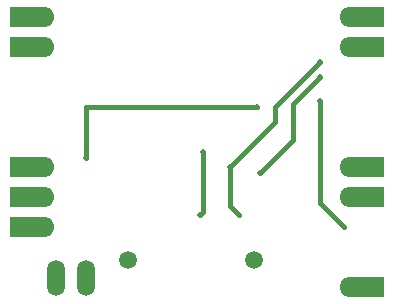
<source format=gbl>
%FSLAX46Y46*%
G04 Gerber Fmt 4.6, Leading zero omitted, Abs format (unit mm)*
G04 Created by KiCad (PCBNEW (2014-10-27 BZR 5228)-product) date 6/17/2015 7:46:51 PM*
%MOMM*%
G01*
G04 APERTURE LIST*
%ADD10C,0.150000*%
%ADD11C,1.506220*%
%ADD12O,1.506220X3.014980*%
%ADD13R,1.270000X1.701800*%
%ADD14O,3.810000X1.701800*%
%ADD15C,0.508000*%
%ADD16C,0.381000*%
G04 APERTURE END LIST*
D10*
D11*
X208026000Y-138684000D03*
X197358000Y-138684000D03*
D12*
X191262000Y-140208000D03*
X193802000Y-140208000D03*
D13*
X187960000Y-118110000D03*
X189230000Y-118110000D03*
D14*
X189260000Y-118110000D03*
D13*
X187960000Y-120650000D03*
X189230000Y-120650000D03*
D14*
X189260000Y-120650000D03*
D13*
X218440000Y-140970000D03*
X217170000Y-140970000D03*
D14*
X217140000Y-140970000D03*
D13*
X218440000Y-130810000D03*
X217170000Y-130810000D03*
D14*
X217140000Y-130810000D03*
D13*
X218440000Y-133350000D03*
X217170000Y-133350000D03*
D14*
X217140000Y-133350000D03*
D13*
X187960000Y-130810000D03*
X189230000Y-130810000D03*
D14*
X189260000Y-130810000D03*
D13*
X187960000Y-133350000D03*
X189230000Y-133350000D03*
D14*
X189260000Y-133350000D03*
D13*
X187960000Y-135890000D03*
X189230000Y-135890000D03*
D14*
X189260000Y-135890000D03*
D13*
X218440000Y-118110000D03*
X217170000Y-118110000D03*
D14*
X217140000Y-118110000D03*
D13*
X218440000Y-120650000D03*
X217170000Y-120650000D03*
D14*
X217140000Y-120650000D03*
D15*
X208534000Y-131318000D03*
X213614000Y-123190000D03*
X208280000Y-125730000D03*
X193802000Y-130048000D03*
X215646000Y-135890000D03*
X213614000Y-125222000D03*
X203454000Y-134874000D03*
X203708000Y-129540000D03*
X206756000Y-134874000D03*
X205994000Y-130810000D03*
X213614000Y-121920000D03*
D16*
X208534000Y-131318000D02*
X211328000Y-128524000D01*
X211328000Y-128524000D02*
X211328000Y-125476000D01*
X211328000Y-125476000D02*
X213614000Y-123190000D01*
X208280000Y-125730000D02*
X193802000Y-125730000D01*
X193802000Y-125730000D02*
X193802000Y-130048000D01*
X215646000Y-135890000D02*
X213614000Y-133858000D01*
X213614000Y-133858000D02*
X213614000Y-125222000D01*
X203454000Y-134874000D02*
X203708000Y-134620000D01*
X203708000Y-134620000D02*
X203708000Y-129540000D01*
X206756000Y-134874000D02*
X205994000Y-134112000D01*
X205994000Y-134112000D02*
X205994000Y-130810000D01*
X209804000Y-127000000D02*
X209804000Y-125730000D01*
X209804000Y-125730000D02*
X213614000Y-121920000D01*
X205994000Y-130810000D02*
X209804000Y-127000000D01*
M02*

</source>
